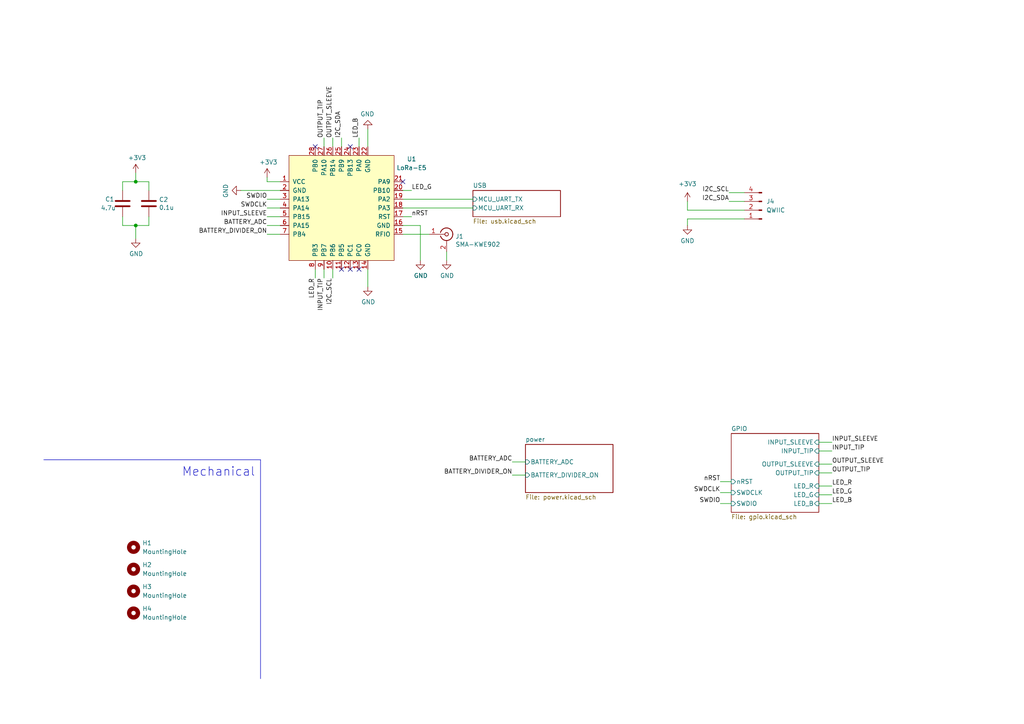
<source format=kicad_sch>
(kicad_sch (version 20231120) (generator "eeschema") (generator_version "8.0")
  (paper "A4")
  (title_block (title "LoRaMote") (date "2022-05-03") (rev "v0.2"))
  (lib_symbols
    (symbol "+3V3_1" (power) (pin_names (offset 0))
      (property "Value" "+3V3_1" (at 0 3.556 0))
      (symbol "+3V3_1_0_1"
        (polyline (pts (xy -0.762 1.27) (xy 0 2.54)))
        (polyline (pts (xy 0 0) (xy 0 2.54)))
        (polyline (pts (xy 0 2.54) (xy 0.762 1.27)))
      )
      (symbol "+3V3_1_1_1"
        (pin power_in line (at 0 0 90) (length 0) hide (name "+3V3") (number "1"))
      )
    )
    (symbol "Connector:Conn_01x04_Pin" (pin_names (offset 1.016) hide)
      (property "Reference" "J" (at 0 5.08 0))
      (property "Value" "Conn_01x04_Pin" (at 0 -7.62 0))
      (symbol "Conn_01x04_Pin_1_1"
        (polyline (pts (xy 1.27 -5.08) (xy 0.8636 -5.08)) (stroke (width 0.1524)))
        (polyline (pts (xy 1.27 -2.54) (xy 0.8636 -2.54)) (stroke (width 0.1524)))
        (polyline (pts (xy 1.27 0) (xy 0.8636 0)) (stroke (width 0.1524)))
        (polyline (pts (xy 1.27 2.54) (xy 0.8636 2.54)) (stroke (width 0.1524)))
        (rectangle (start 0.8636 -4.953) (end 0 -5.207) (stroke (width 0.1524)) (fill (type outline)))
        (rectangle (start 0.8636 -2.413) (end 0 -2.667) (stroke (width 0.1524)) (fill (type outline)))
        (rectangle (start 0.8636 0.127) (end 0 -0.127) (stroke (width 0.1524)) (fill (type outline)))
        (rectangle (start 0.8636 2.667) (end 0 2.413) (stroke (width 0.1524)) (fill (type outline)))
        (pin passive line (at 5.08 2.54 180) (length 3.81) (name "Pin_1") (number "1"))
        (pin passive line (at 5.08 0 180) (length 3.81) (name "Pin_2") (number "2"))
        (pin passive line (at 5.08 -2.54 180) (length 3.81) (name "Pin_3") (number "3"))
        (pin passive line (at 5.08 -5.08 180) (length 3.81) (name "Pin_4") (number "4"))
      )
    )
    (symbol "Connector:Conn_Coaxial" (pin_names (offset 1.016) hide)
      (property "Reference" "J" (at 0.254 3.048 0))
      (property "Value" "Conn_Coaxial" (at 2.921 0 90))
      (symbol "Conn_Coaxial_0_1"
        (arc (start -1.778 -0.508) (mid 0.2311 -1.8066) (end 1.778 0) (stroke (width 0.254)))
        (polyline (pts (xy -2.54 0) (xy -0.508 0)))
        (polyline (pts (xy 0 -2.54) (xy 0 -1.778)))
        (circle (center 0 0) (radius 0.508) (stroke (width 0.2032)))
        (arc (start 1.778 0) (mid 0.2099 1.8101) (end -1.778 0.508) (stroke (width 0.254)))
      )
      (symbol "Conn_Coaxial_1_1"
        (pin passive line (at -5.08 0 0) (length 2.54) (name "In") (number "1"))
        (pin passive line (at 0 -5.08 90) (length 2.54) (name "Ext") (number "2"))
      )
    )
    (symbol "Device:C" (pin_numbers hide) (pin_names (offset 0.254))
      (property "Reference" "C" (at 0.635 2.54 0))
      (property "Value" "C" (at 0.635 -2.54 0))
      (symbol "C_0_1"
        (polyline (pts (xy -2.032 -0.762) (xy 2.032 -0.762)) (stroke (width 0.508)))
        (polyline (pts (xy -2.032 0.762) (xy 2.032 0.762)) (stroke (width 0.508)))
      )
      (symbol "C_1_1"
        (pin passive line (at 0 3.81 270) (length 2.794) (name "~") (number "1"))
        (pin passive line (at 0 -3.81 90) (length 2.794) (name "~") (number "2"))
      )
    )
    (symbol "GND_1" (power) (pin_names (offset 0))
      (property "Value" "GND_1" (at 0 -3.81 0))
      (symbol "GND_1_0_1"
        (polyline (pts (xy 0 0) (xy 0 -1.27) (xy 1.27 -1.27) (xy 0 -2.54) (xy -1.27 -1.27) (xy 0 -1.27)))
      )
      (symbol "GND_1_1_1"
        (pin power_in line (at 0 0 270) (length 0) hide (name "GND") (number "1"))
      )
    )
    (symbol "Mechanical:MountingHole" (pin_names (offset 1.016))
      (property "Reference" "H" (at 0 5.08 0))
      (property "Value" "MountingHole" (at 0 3.175 0))
      (symbol "MountingHole_0_1"
        (circle (center 0 0) (radius 1.27) (stroke (width 1.27)))
      )
    )
    (symbol "power:+3V3" (power) (pin_names (offset 0))
      (property "Value" "+3V3" (at 0 3.556 0))
      (symbol "+3V3_0_1"
        (polyline (pts (xy -0.762 1.27) (xy 0 2.54)))
        (polyline (pts (xy 0 0) (xy 0 2.54)))
        (polyline (pts (xy 0 2.54) (xy 0.762 1.27)))
      )
      (symbol "+3V3_1_1"
        (pin power_in line (at 0 0 90) (length 0) hide (name "+3V3") (number "1"))
      )
    )
    (symbol "power:GND" (power) (pin_names (offset 0))
      (property "Value" "GND" (at 0 -3.81 0))
      (symbol "GND_0_1"
        (polyline (pts (xy 0 0) (xy 0 -1.27) (xy 1.27 -1.27) (xy 0 -2.54) (xy -1.27 -1.27) (xy 0 -1.27)))
      )
      (symbol "GND_1_1"
        (pin power_in line (at 0 0 270) (length 0) hide (name "GND") (number "1"))
      )
    )
    (symbol "ultramote:LoRa-E5" (pin_names (offset 1.016))
      (property "Reference" "U1" (at -16.51 16.51 0))
      (property "Value" "LoRa-E5" (at 11.43 16.51 0))
      (symbol "LoRa-E5_0_1"
        (rectangle (start -15.24 15.24) (end 15.24 -15.24) (fill (type background)))
      )
      (symbol "LoRa-E5_1_1"
        (pin power_in line (at -17.78 7.62 0) (length 2.54) (name "VCC") (number "1"))
        (pin bidirectional line (at -2.54 -17.78 90) (length 2.54) (name "PB6") (number "10"))
        (pin bidirectional line (at 0 -17.78 90) (length 2.54) (name "PB5") (number "11"))
        (pin bidirectional line (at 2.54 -17.78 90) (length 2.54) (name "PC1") (number "12"))
        (pin bidirectional line (at 5.08 -17.78 90) (length 2.54) (name "PC0") (number "13"))
        (pin power_in line (at 7.62 -17.78 90) (length 2.54) (name "GND") (number "14"))
        (pin output line (at 17.78 -7.62 180) (length 2.54) (name "RFIO") (number "15"))
        (pin power_in line (at 17.78 -5.08 180) (length 2.54) (name "GND") (number "16"))
        (pin input line (at 17.78 -2.54 180) (length 2.54) (name "RST") (number "17"))
        (pin bidirectional line (at 17.78 0 180) (length 2.54) (name "PA3") (number "18"))
        (pin bidirectional line (at 17.78 2.54 180) (length 2.54) (name "PA2") (number "19"))
        (pin power_in line (at -17.78 5.08 0) (length 2.54) (name "GND") (number "2"))
        (pin bidirectional line (at 17.78 5.08 180) (length 2.54) (name "PB10") (number "20"))
        (pin bidirectional line (at 17.78 7.62 180) (length 2.54) (name "PA9") (number "21"))
        (pin power_in line (at 7.62 17.78 270) (length 2.54) (name "GND") (number "22"))
        (pin bidirectional line (at 5.08 17.78 270) (length 2.54) (name "PA0") (number "23"))
        (pin input line (at 2.54 17.78 270) (length 2.54) (name "PB13~{}") (number "24"))
        (pin bidirectional line (at 0 17.78 270) (length 2.54) (name "PB9") (number "25"))
        (pin bidirectional line (at -2.54 17.78 270) (length 2.54) (name "PB14") (number "26"))
        (pin bidirectional line (at -5.08 17.78 270) (length 2.54) (name "PA10") (number "27"))
        (pin bidirectional line (at -7.62 17.78 270) (length 2.54) (name "PB0") (number "28"))
        (pin bidirectional line (at -17.78 2.54 0) (length 2.54) (name "PA13") (number "3"))
        (pin bidirectional line (at -17.78 0 0) (length 2.54) (name "PA14") (number "4"))
        (pin bidirectional line (at -17.78 -2.54 0) (length 2.54) (name "PB15") (number "5"))
        (pin bidirectional line (at -17.78 -5.08 0) (length 2.54) (name "PA15") (number "6"))
        (pin bidirectional line (at -17.78 -7.62 0) (length 2.54) (name "PB4") (number "7"))
        (pin bidirectional line (at -7.62 -17.78 90) (length 2.54) (name "PB3") (number "8"))
        (pin bidirectional line (at -5.08 -17.78 90) (length 2.54) (name "PB7") (number "9"))
      )
    )
  )
  (junction (at 39.37 52.705))
  (junction (at 39.37 65.405))
  (no_connect (at 101.6 78.105))
  (no_connect (at 91.44 42.545))
  (no_connect (at 99.06 78.105))
  (no_connect (at 116.84 52.705))
  (no_connect (at 101.6 42.545))
  (no_connect (at 104.14 78.105))
  (wire (pts (xy 77.47 57.785) (xy 81.28 57.785)))
  (wire (pts (xy 215.9 63.5) (xy 199.39 63.5)))
  (wire (pts (xy 116.84 65.405) (xy 121.92 65.405)))
  (wire (pts (xy 124.46 67.945) (xy 116.84 67.945)))
  (wire (pts (xy 43.18 65.405) (xy 43.18 62.865)))
  (wire (pts (xy 39.37 65.405) (xy 43.18 65.405)))
  (wire (pts (xy 237.49 140.97) (xy 241.3 140.97)))
  (wire (pts (xy 93.98 40.005) (xy 93.98 42.545)))
  (wire (pts (xy 199.39 63.5) (xy 199.39 65.405)))
  (wire (pts (xy 91.44 78.105) (xy 91.44 80.645)))
  (wire (pts (xy 93.98 80.645) (xy 93.98 78.105)))
  (wire (pts (xy 39.37 52.705) (xy 43.18 52.705)))
  (wire (pts (xy 237.49 130.81) (xy 241.3 130.81)))
  (wire (pts (xy 199.39 58.42) (xy 199.39 60.96)))
  (wire (pts (xy 237.49 146.05) (xy 241.3 146.05)))
  (wire (pts (xy 106.68 42.545) (xy 106.68 37.465)))
  (polyline (pts (xy 12.7 133.35) (xy 75.565 133.35)))
  (wire (pts (xy 237.49 134.62) (xy 241.3 134.62)))
  (wire (pts (xy 106.68 83.185) (xy 106.68 78.105)))
  (wire (pts (xy 96.52 40.005) (xy 96.52 42.545)))
  (wire (pts (xy 43.18 52.705) (xy 43.18 55.245)))
  (wire (pts (xy 199.39 60.96) (xy 215.9 60.96)))
  (polyline (pts (xy 75.565 133.35) (xy 75.565 196.85)))
  (wire (pts (xy 77.47 60.325) (xy 81.28 60.325)))
  (wire (pts (xy 208.915 142.875) (xy 212.09 142.875)))
  (wire (pts (xy 35.56 52.705) (xy 39.37 52.705)))
  (wire (pts (xy 237.49 137.16) (xy 241.3 137.16)))
  (wire (pts (xy 104.14 40.005) (xy 104.14 42.545)))
  (wire (pts (xy 116.84 57.785) (xy 137.16 57.785)))
  (wire (pts (xy 148.59 137.795) (xy 152.4 137.795)))
  (wire (pts (xy 35.56 62.865) (xy 35.56 65.405)))
  (wire (pts (xy 208.915 146.05) (xy 212.09 146.05)))
  (wire (pts (xy 211.455 55.88) (xy 215.9 55.88)))
  (wire (pts (xy 119.38 55.245) (xy 116.84 55.245)))
  (wire (pts (xy 116.84 62.865) (xy 119.38 62.865)))
  (wire (pts (xy 77.47 51.435) (xy 77.47 52.705)))
  (wire (pts (xy 237.49 143.51) (xy 241.3 143.51)))
  (wire (pts (xy 77.47 67.945) (xy 81.28 67.945)))
  (wire (pts (xy 39.37 50.165) (xy 39.37 52.705)))
  (wire (pts (xy 35.56 65.405) (xy 39.37 65.405)))
  (wire (pts (xy 77.47 65.405) (xy 81.28 65.405)))
  (wire (pts (xy 211.455 58.42) (xy 215.9 58.42)))
  (wire (pts (xy 121.92 65.405) (xy 121.92 75.565)))
  (wire (pts (xy 96.52 78.105) (xy 96.52 80.645)))
  (wire (pts (xy 77.47 52.705) (xy 81.28 52.705)))
  (wire (pts (xy 99.06 40.005) (xy 99.06 42.545)))
  (wire (pts (xy 129.54 75.565) (xy 129.54 73.025)))
  (wire (pts (xy 116.84 60.325) (xy 137.16 60.325)))
  (wire (pts (xy 148.59 133.985) (xy 152.4 133.985)))
  (wire (pts (xy 69.85 55.245) (xy 81.28 55.245)))
  (wire (pts (xy 35.56 55.245) (xy 35.56 52.705)))
  (wire (pts (xy 39.37 69.215) (xy 39.37 65.405)))
  (wire (pts (xy 208.915 139.7) (xy 212.09 139.7)))
  (wire (pts (xy 77.47 62.865) (xy 81.28 62.865)))
  (wire (pts (xy 237.49 128.27) (xy 241.3 128.27)))
  (text "Mechanical" (at 52.705 138.43 0) (effects (font (size 2.54 2.54)) (justify left bottom)))
  (label "LED_G" (at 241.3 143.51 0))
  (label "SWDIO" (at 208.915 146.05 180))
  (label "INPUT_TIP" (at 241.3 130.81 0))
  (label "I2C_SCL" (at 96.52 80.645 270))
  (label "LED_R" (at 241.3 140.97 0))
  (label "SWDIO" (at 77.47 57.785 180))
  (label "SWDCLK" (at 208.915 142.875 180))
  (label "BATTERY_DIVIDER_ON" (at 148.59 137.795 180))
  (label "OUTPUT_SLEEVE" (at 241.3 134.62 0))
  (label "SWDCLK" (at 77.47 60.325 180))
  (label "nRST" (at 208.915 139.7 180))
  (label "OUTPUT_SLEEVE" (at 96.52 40.005 90))
  (label "OUTPUT_TIP" (at 241.3 137.16 0))
  (label "I2C_SDA" (at 99.06 40.005 90))
  (label "INPUT_SLEEVE" (at 241.3 128.27 0))
  (label "BATTERY_ADC" (at 148.59 133.985 180))
  (label "I2C_SDA" (at 211.455 58.42 180))
  (label "LED_B" (at 241.3 146.05 0))
  (label "OUTPUT_TIP" (at 93.98 40.005 90))
  (label "BATTERY_DIVIDER_ON" (at 77.47 67.945 180))
  (label "LED_R" (at 91.44 80.645 270))
  (label "nRST" (at 119.38 62.865 0))
  (label "LED_G" (at 119.38 55.245 0))
  (label "BATTERY_ADC" (at 77.47 65.405 180))
  (label "INPUT_SLEEVE" (at 77.47 62.865 180))
  (label "I2C_SCL" (at 211.455 55.88 180))
  (label "LED_B" (at 104.14 40.005 90))
  (label "INPUT_TIP" (at 93.98 80.645 270))
  (symbol (lib_id "power:GND") (at 121.92 75.565 0) (unit 1)
    (property "Reference" "#PWR07" (effects (hide yes)))
    (property "Value" "GND" (at 122.047 79.9592 0))
  )
  (symbol (lib_id "power:GND") (at 106.68 37.465 180) (unit 1)
    (property "Reference" "#PWR05" (effects (hide yes)))
    (property "Value" "GND" (at 106.553 33.0708 0))
  )
  (symbol (lib_id "power:GND") (at 106.68 83.185 0) (unit 1)
    (property "Reference" "#PWR06" (effects (hide yes)))
    (property "Value" "GND" (at 106.807 87.5792 0))
  )
  (symbol (lib_id "power:GND") (at 69.85 55.245 270) (unit 1)
    (property "Reference" "#PWR03" (effects (hide yes)))
    (property "Value" "GND" (at 65.4558 55.372 0))
  )
  (symbol (lib_id "Connector:Conn_Coaxial") (at 129.54 67.945 0) (unit 1)
    (property "Reference" "J1" (at 132.08 68.58 0) (effects (justify left)))
    (property "Value" "SMA-KWE902" (at 132.08 70.8914 0) (effects (justify left)))
    (property "Footprint" "ultramote:SMA-KWE902" (effects (hide yes)))
    (property "Datasheet" "https://datasheet.lcsc.com/lcsc/2011081704_DreamLNK-SMA-KWE902_C914554.pdf" (effects (hide yes)))
    (property "LCSC Part Number" "C914554" (effects (hide yes)))
    (property "Manufacturer Part Number" "SMA-KE-P903" (effects (hide yes)))
  )
  (symbol (lib_id "power:GND") (at 129.54 75.565 0) (unit 1)
    (property "Reference" "#PWR08" (effects (hide yes)))
    (property "Value" "GND" (at 129.667 79.9592 0))
  )
  (symbol (lib_id "power:+3V3") (at 77.47 51.435 0) (unit 1)
    (property "Reference" "#PWR04" (effects (hide yes)))
    (property "Value" "+3V3" (at 77.851 47.0408 0))
  )
  (symbol (lib_id "Device:C") (at 35.56 59.055 0) (unit 1)
    (property "Reference" "C1" (at 30.48 57.785 0) (effects (justify left)))
    (property "Value" "4.7u" (at 29.21 60.325 0) (effects (justify left)))
    (property "Footprint" "Capacitor_SMD:C_0603_1608Metric" (effects (hide yes)))
    (property "LCSC Part Number" "C913907" (effects (hide yes)))
    (property "Manufacturer Part Number" "CL10A475MA8NQNC" (effects (hide yes)))
  )
  (symbol (lib_id "power:GND") (at 39.37 69.215 0) (unit 1)
    (property "Reference" "#PWR02" (effects (hide yes)))
    (property "Value" "GND" (at 39.497 73.6092 0))
  )
  (symbol (lib_id "power:+3V3") (at 39.37 50.165 0) (unit 1)
    (property "Reference" "#PWR01" (effects (hide yes)))
    (property "Value" "+3V3" (at 39.751 45.7708 0))
  )
  (symbol (lib_id "Device:C") (at 43.18 59.055 0) (unit 1)
    (property "Reference" "C2" (at 46.101 57.8866 0) (effects (justify left)))
    (property "Value" "0.1u" (at 46.101 60.198 0) (effects (justify left)))
    (property "Footprint" "Capacitor_SMD:C_0603_1608Metric" (effects (hide yes)))
    (property "LCSC Part Number" "C570192" (effects (hide yes)))
    (property "Manufacturer Part Number" "CL10B104KB8SNNC" (effects (hide yes)))
  )
  (symbol (lib_id "ultramote:LoRa-E5") (at 99.06 60.325 0) (unit 1)
    (property "Reference" "U1" (at 119.38 46.1262 0))
    (property "Value" "LoRa-E5" (at 119.38 48.6662 0))
    (property "Footprint" "ultramote:LoRa-E5" (effects (hide yes)))
    (property "Datasheet" "https://files.seeedstudio.com/products/317990687/res/LoRa-E5%20module%20datasheet_V1.0.pdf" (effects (hide yes)))
  )
  (symbol (lib_id "Mechanical:MountingHole") (at 38.735 171.45 0) (unit 1)
    (property "Reference" "H3" (at 41.275 170.1799 0) (effects (justify left)))
    (property "Value" "MountingHole" (at 41.275 172.7199 0) (effects (justify left)))
    (property "Footprint" "MountingHole:MountingHole_2.2mm_M2" (effects (hide yes)))
  )
  (symbol (lib_id "Mechanical:MountingHole") (at 38.735 158.75 0) (unit 1)
    (property "Reference" "H1" (at 41.275 157.4799 0) (effects (justify left)))
    (property "Value" "MountingHole" (at 41.275 160.0199 0) (effects (justify left)))
    (property "Footprint" "MountingHole:MountingHole_2.2mm_M2" (effects (hide yes)))
  )
  (symbol (lib_id "Connector:Conn_01x04_Pin") (at 220.98 60.96 180) (unit 1)
    (property "Reference" "J4" (at 222.25 58.42 0) (effects (justify right)))
    (property "Value" "QWIIC" (at 222.25 60.96 0) (effects (justify right)))
    (property "Footprint" "Connector_JST:JST_SH_BM04B-SRSS-TB_1x04-1MP_P1.00mm_Vertical" (effects (hide yes)))
  )
  (symbol (lib_id "Mechanical:MountingHole") (at 38.735 177.8 0) (unit 1)
    (property "Reference" "H4" (at 41.275 176.5299 0) (effects (justify left)))
    (property "Value" "MountingHole" (at 41.275 179.0699 0) (effects (justify left)))
    (property "Footprint" "MountingHole:MountingHole_2.2mm_M2" (effects (hide yes)))
  )
  (symbol (lib_name "+3V3_1") (lib_id "power:+3V3") (at 199.39 58.42 0) (unit 1)
    (property "Reference" "#PWR044" (effects (hide yes)))
    (property "Value" "+3V3" (at 199.39 53.34 0))
  )
  (symbol (lib_name "GND_1") (lib_id "power:GND") (at 199.39 65.405 0) (unit 1)
    (property "Reference" "#PWR054" (effects (hide yes)))
    (property "Value" "GND" (at 199.39 69.85 0))
  )
  (symbol (lib_id "Mechanical:MountingHole") (at 38.735 165.1 0) (unit 1)
    (property "Reference" "H2" (at 41.275 163.8299 0) (effects (justify left)))
    (property "Value" "MountingHole" (at 41.275 166.3699 0) (effects (justify left)))
    (property "Footprint" "MountingHole:MountingHole_2.2mm_M2" (effects (hide yes)))
  )
  (sheet (at 137.16 55.245) (size 25.4 7.62) (stroke (width 0.1524))
    (property "Sheetname" "USB" (at 137.16 54.5334 0) (effects (justify left bottom)))
    (property "Sheetfile" "usb.kicad_sch" (at 137.16 63.4496 0) (effects (justify left top)))
    (pin "MCU_UART_TX" input (at 137.16 57.785 180))
    (pin "MCU_UART_RX" input (at 137.16 60.325 180))
  )
  (sheet (at 212.09 125.73) (size 25.4 22.86) (stroke (width 0.1524))
    (property "Sheetname" "GPIO" (at 212.09 125.095 0) (effects (justify left bottom)))
    (property "Sheetfile" "gpio.kicad_sch" (at 212.09 149.1746 0) (effects (justify left top)))
    (pin "SWDCLK" input (at 212.09 142.875 180))
    (pin "nRST" input (at 212.09 139.7 180))
    (pin "INPUT_SLEEVE" input (at 237.49 128.27 0))
    (pin "SWDIO" input (at 212.09 146.05 180))
    (pin "OUTPUT_SLEEVE" input (at 237.49 134.62 0))
    (pin "LED_B" input (at 237.49 146.05 0))
    (pin "INPUT_TIP" input (at 237.49 130.81 0))
    (pin "LED_R" input (at 237.49 140.97 0))
    (pin "LED_G" input (at 237.49 143.51 0))
    (pin "OUTPUT_TIP" input (at 237.49 137.16 0))
  )
  (sheet (at 152.4 128.905) (size 25.4 13.97) (stroke (width 0.1524))
    (property "Sheetname" "power" (at 152.4 128.1934 0) (effects (justify left bottom)))
    (property "Sheetfile" "power.kicad_sch" (at 152.4 143.4596 0) (effects (justify left top)))
    (pin "BATTERY_ADC" input (at 152.4 133.985 180))
    (pin "BATTERY_DIVIDER_ON" input (at 152.4 137.795 180))
  )
)
</source>
